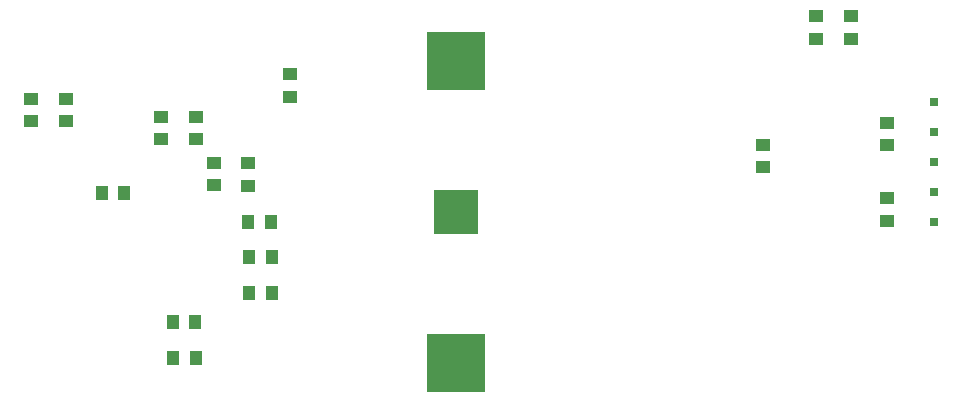
<source format=gbr>
G04 DipTrace 3.1.0.0*
G04 BottomPaste.gbr*
%MOIN*%
G04 #@! TF.FileFunction,Paste,Bot*
G04 #@! TF.Part,Single*
%ADD104R,0.031496X0.031496*%
%ADD119R,0.043307X0.051181*%
%ADD125R,0.051181X0.043307*%
%ADD127R,0.149606X0.149606*%
%ADD129R,0.192913X0.192913*%
%FSLAX26Y26*%
G04*
G70*
G90*
G75*
G01*
G04 BotPaste*
%LPD*%
D129*
X2460106Y649606D3*
D127*
Y1153543D3*
D129*
Y1657480D3*
D125*
X1161417Y1456693D3*
Y1531496D3*
X1043307Y1456693D3*
Y1531496D3*
X3897638Y1377953D3*
Y1452756D3*
X3484252Y1377953D3*
Y1303150D3*
D104*
X4055118Y1522047D3*
Y1422047D3*
Y1322047D3*
Y1222047D3*
Y1122047D3*
D119*
X1769685Y1120079D3*
X1844488D3*
X1771654Y1003937D3*
X1846457D3*
X1771654Y885827D3*
X1846457D3*
D125*
X1594488Y1397638D3*
Y1472441D3*
X1476378Y1397638D3*
Y1472441D3*
X1653543Y1244094D3*
Y1318898D3*
X1909449Y1539370D3*
Y1614173D3*
D119*
X1356299Y1218504D3*
X1281496D3*
D125*
X1769685Y1316929D3*
Y1242126D3*
D119*
X1594488Y669291D3*
X1519685D3*
X1592520Y789370D3*
X1517717D3*
D125*
X3661417Y1732283D3*
Y1807087D3*
X3779528Y1732283D3*
Y1807087D3*
X3897638Y1200787D3*
Y1125984D3*
M02*

</source>
